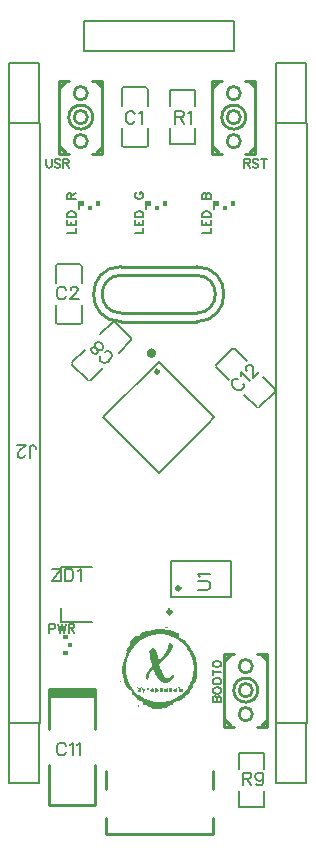
<source format=gto>
G04 Layer: TopSilkscreenLayer*
G04 EasyEDA v6.5.22, 2023-04-11 13:21:22*
G04 98130e1011dd41a8879dcb9a727c9930,770f52a9c06342aeb7d9f723a0e8078a,10*
G04 Gerber Generator version 0.2*
G04 Scale: 100 percent, Rotated: No, Reflected: No *
G04 Dimensions in inches *
G04 leading zeros omitted , absolute positions ,3 integer and 6 decimal *
%FSLAX36Y36*%
%MOIN*%

%ADD10C,0.0060*%
%ADD11C,0.0050*%
%ADD12C,0.0080*%
%ADD13C,0.0080*%
%ADD14C,0.0100*%
%ADD15C,0.0079*%
%ADD16C,0.0130*%
%ADD17C,0.0102*%
%ADD18C,0.0157*%
%ADD19C,0.0118*%
%ADD20C,0.0162*%

%LPD*%
G36*
X523180Y-2028020D02*
G01*
X520980Y-2028500D01*
X520000Y-2030000D01*
X520200Y-2030780D01*
X520780Y-2031420D01*
X521620Y-2031840D01*
X523900Y-2032120D01*
X525280Y-2032440D01*
X526640Y-2032940D01*
X528960Y-2034040D01*
X530280Y-2034340D01*
X531600Y-2034360D01*
X532760Y-2034100D01*
X535260Y-2033140D01*
X532940Y-2031819D01*
X531920Y-2031380D01*
X530900Y-2031140D01*
X529980Y-2031120D01*
X528700Y-2031500D01*
X528100Y-2031300D01*
X527560Y-2030820D01*
X527140Y-2030080D01*
X525600Y-2028560D01*
G37*
G36*
X503700Y-2036579D02*
G01*
X501360Y-2036759D01*
X500060Y-2037160D01*
X498240Y-2037340D01*
X489300Y-2037640D01*
X485880Y-2038040D01*
X482780Y-2038660D01*
X480400Y-2039379D01*
X478340Y-2040120D01*
X476060Y-2040720D01*
X473840Y-2041140D01*
X470280Y-2041380D01*
X465600Y-2042020D01*
X460260Y-2043080D01*
X455439Y-2044319D01*
X452760Y-2045200D01*
X451060Y-2045460D01*
X450420Y-2045400D01*
X447900Y-2045640D01*
X445040Y-2046940D01*
X442660Y-2048779D01*
X441680Y-2050640D01*
X441480Y-2051639D01*
X440920Y-2052580D01*
X440100Y-2053360D01*
X438140Y-2054319D01*
X437460Y-2054960D01*
X437120Y-2055700D01*
X437180Y-2056440D01*
X437040Y-2057960D01*
X435260Y-2059160D01*
X431820Y-2060040D01*
X426659Y-2060640D01*
X424040Y-2060860D01*
X421980Y-2061140D01*
X420340Y-2061560D01*
X419000Y-2062180D01*
X417819Y-2063120D01*
X416659Y-2064460D01*
X415379Y-2066260D01*
X412380Y-2070800D01*
X411060Y-2072500D01*
X410060Y-2073520D01*
X409500Y-2073700D01*
X408980Y-2073740D01*
X408120Y-2074420D01*
X407020Y-2075600D01*
X405820Y-2077160D01*
X404340Y-2079420D01*
X403660Y-2081180D01*
X403720Y-2082820D01*
X405080Y-2086440D01*
X405319Y-2087640D01*
X405080Y-2088500D01*
X403860Y-2089620D01*
X403540Y-2090200D01*
X403459Y-2090840D01*
X403780Y-2092000D01*
X403519Y-2092560D01*
X402920Y-2093040D01*
X402020Y-2093400D01*
X400740Y-2094120D01*
X399060Y-2095620D01*
X397220Y-2097700D01*
X395400Y-2100100D01*
X393340Y-2103300D01*
X392260Y-2105640D01*
X392020Y-2107560D01*
X393020Y-2111200D01*
X393080Y-2112580D01*
X392680Y-2113760D01*
X390940Y-2115920D01*
X390540Y-2116960D01*
X390560Y-2118000D01*
X390980Y-2119100D01*
X391700Y-2121460D01*
X391460Y-2124160D01*
X390319Y-2126960D01*
X387620Y-2130700D01*
X386860Y-2132120D01*
X386040Y-2133920D01*
X384340Y-2138460D01*
X382640Y-2143880D01*
X381060Y-2149780D01*
X379700Y-2155740D01*
X378680Y-2161300D01*
X378320Y-2163820D01*
X378074Y-2166720D01*
X390520Y-2166720D01*
X390620Y-2161020D01*
X390920Y-2155440D01*
X391440Y-2150140D01*
X392160Y-2145220D01*
X392580Y-2142960D01*
X393660Y-2138560D01*
X394980Y-2134080D01*
X396440Y-2129700D01*
X398080Y-2125400D01*
X399860Y-2121200D01*
X401800Y-2117100D01*
X403880Y-2113100D01*
X406100Y-2109200D01*
X408480Y-2105420D01*
X410959Y-2101740D01*
X413600Y-2098180D01*
X416340Y-2094720D01*
X419219Y-2091399D01*
X422220Y-2088180D01*
X425319Y-2085080D01*
X428540Y-2082120D01*
X431860Y-2079300D01*
X435280Y-2076600D01*
X438800Y-2074019D01*
X442420Y-2071600D01*
X446120Y-2069300D01*
X449900Y-2067160D01*
X453760Y-2065160D01*
X457700Y-2063300D01*
X461719Y-2061600D01*
X465800Y-2060040D01*
X469960Y-2058660D01*
X474159Y-2057420D01*
X478420Y-2056360D01*
X482740Y-2055440D01*
X487120Y-2054700D01*
X491520Y-2054139D01*
X495959Y-2053740D01*
X500460Y-2053520D01*
X504960Y-2053480D01*
X509500Y-2053620D01*
X514080Y-2053959D01*
X518660Y-2054460D01*
X523280Y-2055180D01*
X527880Y-2056080D01*
X532420Y-2057200D01*
X536900Y-2058500D01*
X541300Y-2059980D01*
X545640Y-2061660D01*
X549880Y-2063500D01*
X554060Y-2065520D01*
X558140Y-2067720D01*
X562120Y-2070080D01*
X566020Y-2072600D01*
X569800Y-2075280D01*
X573480Y-2078120D01*
X577040Y-2081100D01*
X580480Y-2084220D01*
X583820Y-2087480D01*
X587000Y-2090880D01*
X590060Y-2094420D01*
X593000Y-2098060D01*
X595780Y-2101840D01*
X598400Y-2105740D01*
X600880Y-2109740D01*
X603220Y-2113840D01*
X605380Y-2118060D01*
X607360Y-2122380D01*
X609200Y-2126780D01*
X610840Y-2131280D01*
X612300Y-2135860D01*
X613480Y-2140200D01*
X614360Y-2144480D01*
X615080Y-2149060D01*
X615620Y-2153880D01*
X616000Y-2158860D01*
X616180Y-2163940D01*
X616200Y-2169040D01*
X616020Y-2174100D01*
X615680Y-2179060D01*
X615160Y-2183840D01*
X614460Y-2188400D01*
X613580Y-2192620D01*
X612400Y-2197000D01*
X610920Y-2201700D01*
X609280Y-2206280D01*
X607460Y-2210760D01*
X605480Y-2215120D01*
X603340Y-2219380D01*
X601060Y-2223500D01*
X598620Y-2227520D01*
X596020Y-2231400D01*
X593280Y-2235160D01*
X590400Y-2238780D01*
X587380Y-2242280D01*
X584200Y-2245660D01*
X580900Y-2248880D01*
X577460Y-2251960D01*
X573900Y-2254920D01*
X570200Y-2257720D01*
X566400Y-2260380D01*
X562440Y-2262880D01*
X558380Y-2265240D01*
X554200Y-2267460D01*
X549920Y-2269500D01*
X545520Y-2271380D01*
X541000Y-2273120D01*
X536380Y-2274680D01*
X531660Y-2276080D01*
X526840Y-2277300D01*
X521920Y-2278360D01*
X517100Y-2279200D01*
X512380Y-2279780D01*
X507580Y-2280100D01*
X502740Y-2280160D01*
X497860Y-2280000D01*
X492960Y-2279600D01*
X488040Y-2278960D01*
X483120Y-2278100D01*
X478200Y-2277000D01*
X473320Y-2275700D01*
X468459Y-2274180D01*
X463660Y-2272440D01*
X458920Y-2270500D01*
X454260Y-2268340D01*
X449700Y-2266000D01*
X445220Y-2263440D01*
X440860Y-2260700D01*
X436640Y-2257780D01*
X432540Y-2254680D01*
X428600Y-2251380D01*
X425000Y-2248080D01*
X421700Y-2244760D01*
X418519Y-2241260D01*
X415480Y-2237600D01*
X412560Y-2233800D01*
X409780Y-2229860D01*
X407160Y-2225800D01*
X404700Y-2221620D01*
X402400Y-2217340D01*
X400280Y-2212980D01*
X398340Y-2208540D01*
X396580Y-2204040D01*
X395020Y-2199500D01*
X393660Y-2194920D01*
X392580Y-2190480D01*
X391760Y-2185820D01*
X391160Y-2180680D01*
X390740Y-2175220D01*
X390540Y-2169580D01*
X390520Y-2166720D01*
X378074Y-2166720D01*
X378040Y-2170120D01*
X378240Y-2174400D01*
X378600Y-2178860D01*
X379140Y-2183460D01*
X379860Y-2188160D01*
X380740Y-2192920D01*
X381760Y-2197720D01*
X382939Y-2202500D01*
X384260Y-2207240D01*
X385700Y-2211880D01*
X387260Y-2216420D01*
X388940Y-2220780D01*
X394560Y-2234020D01*
X411740Y-2243160D01*
X411900Y-2247820D01*
X411880Y-2249940D01*
X411620Y-2251260D01*
X411100Y-2251840D01*
X410280Y-2251780D01*
X409580Y-2251620D01*
X409020Y-2251660D01*
X408640Y-2251920D01*
X408500Y-2252340D01*
X409300Y-2253680D01*
X411180Y-2254980D01*
X413320Y-2255840D01*
X414900Y-2255800D01*
X415760Y-2255900D01*
X417160Y-2256660D01*
X418920Y-2257940D01*
X420840Y-2259520D01*
X422680Y-2261240D01*
X424240Y-2262900D01*
X425340Y-2264340D01*
X425760Y-2265360D01*
X426300Y-2267140D01*
X427819Y-2269200D01*
X430000Y-2271320D01*
X432640Y-2273360D01*
X435460Y-2275140D01*
X438200Y-2276440D01*
X440620Y-2277140D01*
X442480Y-2277040D01*
X444380Y-2277520D01*
X446280Y-2279780D01*
X447740Y-2283140D01*
X448320Y-2286820D01*
X448640Y-2289520D01*
X449520Y-2290680D01*
X450800Y-2290260D01*
X452299Y-2288180D01*
X453740Y-2285520D01*
X457620Y-2287520D01*
X459240Y-2288500D01*
X460760Y-2289680D01*
X462020Y-2290880D01*
X462819Y-2292000D01*
X463840Y-2293180D01*
X465620Y-2294600D01*
X467920Y-2296040D01*
X470500Y-2297380D01*
X475959Y-2300000D01*
X480180Y-2302200D01*
X481440Y-2302700D01*
X483240Y-2303120D01*
X485500Y-2303480D01*
X490760Y-2303960D01*
X496220Y-2304120D01*
X500860Y-2303920D01*
X502560Y-2303680D01*
X503680Y-2303320D01*
X504080Y-2302860D01*
X504260Y-2302400D01*
X504760Y-2302040D01*
X505500Y-2301800D01*
X508060Y-2301680D01*
X514440Y-2300860D01*
X528060Y-2298540D01*
X530620Y-2292860D01*
X531220Y-2291900D01*
X531660Y-2291520D01*
X532160Y-2292480D01*
X532940Y-2293000D01*
X534060Y-2293360D01*
X535420Y-2293500D01*
X537220Y-2293420D01*
X538020Y-2293120D01*
X537940Y-2292460D01*
X536260Y-2290120D01*
X536440Y-2289540D01*
X537860Y-2289480D01*
X543480Y-2290080D01*
X545320Y-2289980D01*
X546480Y-2289480D01*
X547120Y-2288600D01*
X547360Y-2287740D01*
X547460Y-2286880D01*
X547420Y-2286100D01*
X547220Y-2285520D01*
X547340Y-2284800D01*
X548200Y-2283620D01*
X549640Y-2282140D01*
X551520Y-2280540D01*
X553580Y-2279100D01*
X555760Y-2277860D01*
X557980Y-2276820D01*
X560100Y-2276060D01*
X562020Y-2275600D01*
X563620Y-2275440D01*
X564780Y-2275680D01*
X565380Y-2276300D01*
X565840Y-2276480D01*
X566880Y-2276200D01*
X568420Y-2275460D01*
X570360Y-2274360D01*
X575120Y-2271280D01*
X580440Y-2267420D01*
X583120Y-2265360D01*
X588020Y-2261240D01*
X591680Y-2257720D01*
X594660Y-2254620D01*
X597480Y-2251500D01*
X600160Y-2248300D01*
X602740Y-2244960D01*
X605280Y-2241400D01*
X607820Y-2237560D01*
X610400Y-2233380D01*
X613060Y-2228800D01*
X615860Y-2223720D01*
X623680Y-2208540D01*
X624740Y-2205880D01*
X625700Y-2202520D01*
X626520Y-2198560D01*
X627200Y-2194120D01*
X627740Y-2189300D01*
X628120Y-2184220D01*
X628360Y-2178940D01*
X628420Y-2173620D01*
X628340Y-2168320D01*
X628060Y-2163180D01*
X627600Y-2158300D01*
X626140Y-2148640D01*
X625580Y-2144300D01*
X625300Y-2141200D01*
X625480Y-2139060D01*
X625300Y-2137900D01*
X624860Y-2136420D01*
X623340Y-2132720D01*
X621160Y-2126720D01*
X619040Y-2120480D01*
X617820Y-2117460D01*
X616600Y-2114820D01*
X614940Y-2112100D01*
X605460Y-2097700D01*
X602620Y-2093660D01*
X599900Y-2090060D01*
X597640Y-2087360D01*
X595180Y-2084800D01*
X593480Y-2082720D01*
X591900Y-2080520D01*
X589460Y-2076620D01*
X588120Y-2075040D01*
X586780Y-2073880D01*
X585600Y-2073340D01*
X584260Y-2072900D01*
X582540Y-2072060D01*
X580620Y-2070920D01*
X576760Y-2068260D01*
X574600Y-2066940D01*
X572480Y-2065820D01*
X570700Y-2065060D01*
X566980Y-2063779D01*
X567880Y-2050940D01*
X561520Y-2048500D01*
X553340Y-2045120D01*
X549320Y-2043680D01*
X544900Y-2042340D01*
X540120Y-2041100D01*
X535020Y-2040000D01*
X529620Y-2039019D01*
X523920Y-2038180D01*
X518060Y-2037480D01*
X512460Y-2036960D01*
X507540Y-2036660D01*
G37*
G36*
X539120Y-2083820D02*
G01*
X535780Y-2084220D01*
X533580Y-2085420D01*
X532980Y-2086540D01*
X532360Y-2088340D01*
X531740Y-2090600D01*
X530920Y-2094840D01*
X529980Y-2098480D01*
X528700Y-2102200D01*
X527060Y-2105960D01*
X525080Y-2109760D01*
X522780Y-2113620D01*
X520160Y-2117500D01*
X517220Y-2121400D01*
X513960Y-2125320D01*
X510379Y-2129220D01*
X506640Y-2133040D01*
X503620Y-2135940D01*
X502380Y-2136940D01*
X501320Y-2137640D01*
X500400Y-2138000D01*
X499600Y-2138000D01*
X498880Y-2137640D01*
X498260Y-2136880D01*
X497660Y-2135700D01*
X497120Y-2134120D01*
X496019Y-2129560D01*
X493180Y-2114760D01*
X492140Y-2110780D01*
X491100Y-2107540D01*
X490160Y-2105520D01*
X488940Y-2103900D01*
X487620Y-2102580D01*
X486200Y-2101520D01*
X484700Y-2100780D01*
X483140Y-2100300D01*
X481520Y-2100120D01*
X479860Y-2100220D01*
X478180Y-2100620D01*
X476480Y-2101300D01*
X474799Y-2102260D01*
X473120Y-2103520D01*
X471480Y-2105080D01*
X467720Y-2109000D01*
X469820Y-2121340D01*
X470900Y-2126860D01*
X472220Y-2133000D01*
X474960Y-2144400D01*
X476980Y-2153460D01*
X477460Y-2156320D01*
X477520Y-2157120D01*
X477120Y-2158600D01*
X476019Y-2160640D01*
X474400Y-2162980D01*
X470680Y-2167280D01*
X467540Y-2171260D01*
X466120Y-2173280D01*
X464799Y-2175340D01*
X463579Y-2177440D01*
X462460Y-2179580D01*
X460500Y-2184000D01*
X458900Y-2188620D01*
X458240Y-2191000D01*
X457460Y-2194400D01*
X456980Y-2197240D01*
X456820Y-2199580D01*
X456980Y-2201440D01*
X457460Y-2202840D01*
X458280Y-2203820D01*
X459440Y-2204380D01*
X460920Y-2204560D01*
X462879Y-2204300D01*
X464180Y-2203100D01*
X465200Y-2200300D01*
X466300Y-2195260D01*
X466840Y-2193300D01*
X467720Y-2190960D01*
X468880Y-2188360D01*
X471780Y-2182780D01*
X475060Y-2177400D01*
X476680Y-2175020D01*
X478220Y-2173000D01*
X479580Y-2171420D01*
X480740Y-2170400D01*
X481620Y-2170040D01*
X482239Y-2170800D01*
X483300Y-2172820D01*
X484680Y-2175840D01*
X487340Y-2182100D01*
X488640Y-2184860D01*
X491680Y-2190620D01*
X495080Y-2196340D01*
X498540Y-2201580D01*
X500200Y-2203880D01*
X501780Y-2205880D01*
X503240Y-2207540D01*
X504540Y-2208800D01*
X506580Y-2210420D01*
X508800Y-2211900D01*
X511120Y-2213220D01*
X513480Y-2214340D01*
X515840Y-2215260D01*
X518140Y-2215940D01*
X520340Y-2216360D01*
X522400Y-2216500D01*
X524120Y-2216400D01*
X525920Y-2216120D01*
X527740Y-2215680D01*
X529600Y-2215060D01*
X531480Y-2214280D01*
X533340Y-2213340D01*
X535200Y-2212280D01*
X537040Y-2211100D01*
X538820Y-2209800D01*
X540560Y-2208380D01*
X542220Y-2206860D01*
X543800Y-2205260D01*
X545280Y-2203580D01*
X546640Y-2201840D01*
X547880Y-2200020D01*
X548980Y-2198160D01*
X550240Y-2195640D01*
X551020Y-2193500D01*
X551400Y-2191740D01*
X551360Y-2190380D01*
X550940Y-2189420D01*
X550180Y-2188860D01*
X549080Y-2188720D01*
X547680Y-2189000D01*
X545980Y-2189720D01*
X544040Y-2190900D01*
X541860Y-2192520D01*
X536660Y-2197040D01*
X534160Y-2198820D01*
X531840Y-2199980D01*
X529700Y-2200520D01*
X527640Y-2200420D01*
X525620Y-2199720D01*
X523579Y-2198400D01*
X521440Y-2196500D01*
X520500Y-2195480D01*
X518519Y-2192860D01*
X516420Y-2189520D01*
X514260Y-2185540D01*
X512060Y-2181040D01*
X509860Y-2176080D01*
X507740Y-2170800D01*
X505720Y-2165260D01*
X501200Y-2151460D01*
X506700Y-2146880D01*
X513860Y-2140380D01*
X522560Y-2132200D01*
X529600Y-2125760D01*
X531620Y-2124100D01*
X532540Y-2123540D01*
X532920Y-2123140D01*
X533180Y-2122640D01*
X533580Y-2121220D01*
X534440Y-2119660D01*
X535680Y-2117680D01*
X539020Y-2112760D01*
X540660Y-2109900D01*
X542140Y-2106920D01*
X543420Y-2103900D01*
X544500Y-2100900D01*
X545360Y-2097960D01*
X545980Y-2095160D01*
X546340Y-2092560D01*
X546440Y-2090220D01*
X546240Y-2088200D01*
X545760Y-2086560D01*
X544960Y-2085360D01*
X542540Y-2084180D01*
G37*
G36*
X631120Y-2133460D02*
G01*
X630500Y-2133500D01*
X629920Y-2133780D01*
X629480Y-2134280D01*
X629040Y-2135620D01*
X629440Y-2136500D01*
X630400Y-2136680D01*
X631640Y-2135920D01*
X632180Y-2135240D01*
X632380Y-2134640D01*
X632220Y-2134120D01*
X631720Y-2133660D01*
G37*
G36*
X373980Y-2139520D02*
G01*
X373459Y-2139620D01*
X373040Y-2139920D01*
X372760Y-2140380D01*
X372660Y-2140920D01*
X372760Y-2141400D01*
X373040Y-2141680D01*
X373459Y-2141720D01*
X373980Y-2141500D01*
X374920Y-2140760D01*
X375200Y-2140400D01*
X375300Y-2140100D01*
X375200Y-2139880D01*
X374920Y-2139680D01*
G37*
G36*
X373400Y-2208540D02*
G01*
X373100Y-2208640D01*
X372740Y-2208920D01*
X372000Y-2209860D01*
X371780Y-2210380D01*
X371820Y-2210800D01*
X372100Y-2211100D01*
X372580Y-2211200D01*
X373120Y-2211100D01*
X373560Y-2210800D01*
X373880Y-2210380D01*
X373980Y-2209860D01*
X373820Y-2208920D01*
X373620Y-2208640D01*
G37*
G36*
X442740Y-2228400D02*
G01*
X441480Y-2228540D01*
X439620Y-2229600D01*
X437760Y-2231360D01*
X435400Y-2234260D01*
X433860Y-2231360D01*
X432380Y-2229600D01*
X430580Y-2228560D01*
X429060Y-2228420D01*
X428440Y-2229440D01*
X428640Y-2230100D01*
X430020Y-2232380D01*
X433540Y-2237040D01*
X430860Y-2241380D01*
X429640Y-2243520D01*
X429120Y-2244840D01*
X429280Y-2245520D01*
X430120Y-2245700D01*
X431040Y-2245480D01*
X432060Y-2244840D01*
X433100Y-2243900D01*
X434020Y-2242760D01*
X435980Y-2239820D01*
X437540Y-2242760D01*
X438320Y-2243900D01*
X439260Y-2244840D01*
X440240Y-2245480D01*
X441140Y-2245700D01*
X442100Y-2245580D01*
X442400Y-2245020D01*
X441980Y-2243840D01*
X439680Y-2239600D01*
X439240Y-2237920D01*
X439480Y-2236260D01*
X440400Y-2234160D01*
X442740Y-2229440D01*
G37*
G36*
X567780Y-2228460D02*
G01*
X566240Y-2228560D01*
X564980Y-2228840D01*
X564120Y-2229260D01*
X563800Y-2229780D01*
X563960Y-2230300D01*
X564380Y-2230720D01*
X565020Y-2231000D01*
X565800Y-2231100D01*
X566760Y-2231460D01*
X567360Y-2232660D01*
X567700Y-2234900D01*
X567780Y-2238400D01*
X567780Y-2245700D01*
X573500Y-2245700D01*
X577460Y-2245380D01*
X580220Y-2244360D01*
X581860Y-2242640D01*
X582380Y-2240180D01*
X581740Y-2238260D01*
X579980Y-2236640D01*
X577480Y-2235520D01*
X573220Y-2234920D01*
X572380Y-2234360D01*
X571920Y-2233340D01*
X571620Y-2230060D01*
X571040Y-2229060D01*
X569820Y-2228580D01*
G37*
G36*
X542760Y-2233500D02*
G01*
X542000Y-2233840D01*
X541240Y-2234800D01*
X540160Y-2237440D01*
X539620Y-2238300D01*
X539040Y-2238860D01*
X538500Y-2239080D01*
X538020Y-2238860D01*
X537620Y-2238300D01*
X537360Y-2237440D01*
X537160Y-2235380D01*
X536860Y-2234540D01*
X536440Y-2233980D01*
X535920Y-2233760D01*
X535420Y-2234240D01*
X535000Y-2235520D01*
X534700Y-2237420D01*
X534600Y-2239740D01*
X534740Y-2241920D01*
X535100Y-2243680D01*
X535640Y-2244960D01*
X536300Y-2245720D01*
X537060Y-2245960D01*
X537820Y-2245620D01*
X538580Y-2244660D01*
X539680Y-2242020D01*
X540200Y-2241180D01*
X540780Y-2240600D01*
X541320Y-2240400D01*
X541800Y-2240600D01*
X542200Y-2241180D01*
X542460Y-2242020D01*
X542680Y-2244080D01*
X542960Y-2244920D01*
X543380Y-2245500D01*
X543900Y-2245700D01*
X544400Y-2245240D01*
X544840Y-2243960D01*
X545120Y-2242060D01*
X545220Y-2239740D01*
X545080Y-2237560D01*
X544720Y-2235800D01*
X544180Y-2234520D01*
X543520Y-2233740D01*
G37*
G36*
X444980Y-2233520D02*
G01*
X444340Y-2234560D01*
X444980Y-2236480D01*
X447560Y-2242420D01*
X448000Y-2244240D01*
X447879Y-2245740D01*
X447220Y-2247180D01*
X446079Y-2249140D01*
X445780Y-2250320D01*
X446320Y-2250880D01*
X447720Y-2251020D01*
X448740Y-2250580D01*
X449900Y-2249380D01*
X451120Y-2247600D01*
X452239Y-2245380D01*
X454580Y-2239640D01*
X455700Y-2236100D01*
X455640Y-2234280D01*
X454520Y-2233760D01*
X453700Y-2234040D01*
X452879Y-2234840D01*
X452140Y-2236000D01*
X451620Y-2237420D01*
X450640Y-2241060D01*
X449380Y-2237420D01*
X448140Y-2235320D01*
X446460Y-2233900D01*
G37*
G36*
X488140Y-2233600D02*
G01*
X488140Y-2242300D01*
X488240Y-2246560D01*
X488540Y-2249240D01*
X489159Y-2250620D01*
X490140Y-2251020D01*
X490920Y-2250820D01*
X491540Y-2250240D01*
X491960Y-2249400D01*
X492299Y-2247120D01*
X492860Y-2246300D01*
X493880Y-2245840D01*
X497020Y-2245520D01*
X498180Y-2244940D01*
X499000Y-2243840D01*
X499600Y-2242180D01*
X499880Y-2238880D01*
X498880Y-2236420D01*
X496580Y-2234800D01*
X492980Y-2234020D01*
G37*
G36*
X464920Y-2233760D02*
G01*
X462600Y-2233860D01*
X460700Y-2234160D01*
X459400Y-2234580D01*
X458940Y-2235080D01*
X459099Y-2235600D01*
X459520Y-2236020D01*
X460160Y-2236320D01*
X460920Y-2236420D01*
X461820Y-2236680D01*
X462440Y-2237520D01*
X462800Y-2238960D01*
X463020Y-2242860D01*
X463320Y-2244340D01*
X463740Y-2245340D01*
X464240Y-2245700D01*
X464760Y-2245340D01*
X465180Y-2244340D01*
X465480Y-2242860D01*
X465680Y-2238740D01*
X466100Y-2237320D01*
X466900Y-2236620D01*
X469260Y-2236320D01*
X470100Y-2236020D01*
X470680Y-2235600D01*
X470880Y-2235080D01*
X470420Y-2234580D01*
X469140Y-2234160D01*
X467239Y-2233860D01*
G37*
G36*
X514700Y-2233760D02*
G01*
X508560Y-2233960D01*
X505379Y-2234380D01*
X504400Y-2234640D01*
X503240Y-2235880D01*
X502780Y-2237820D01*
X503060Y-2239620D01*
X504120Y-2240400D01*
X504640Y-2240560D01*
X504799Y-2241060D01*
X504620Y-2241880D01*
X504080Y-2243060D01*
X503560Y-2244920D01*
X504280Y-2245760D01*
X505860Y-2245500D01*
X507960Y-2244040D01*
X508840Y-2243300D01*
X509480Y-2243060D01*
X509940Y-2243300D01*
X510700Y-2244700D01*
X511300Y-2245220D01*
X512040Y-2245580D01*
X512800Y-2245700D01*
X513680Y-2245380D01*
X514260Y-2244320D01*
X514580Y-2242460D01*
X514700Y-2239740D01*
G37*
G36*
X520660Y-2233760D02*
G01*
X519739Y-2234080D01*
X519120Y-2235080D01*
X518780Y-2236940D01*
X518680Y-2239740D01*
X518780Y-2242540D01*
X519120Y-2244380D01*
X519739Y-2245400D01*
X520660Y-2245700D01*
X521440Y-2245560D01*
X522080Y-2245120D01*
X522500Y-2244500D01*
X522819Y-2242940D01*
X523240Y-2242320D01*
X523880Y-2241880D01*
X524640Y-2241720D01*
X525420Y-2241880D01*
X526060Y-2242320D01*
X526480Y-2242940D01*
X526800Y-2244500D01*
X527220Y-2245120D01*
X527860Y-2245560D01*
X528620Y-2245700D01*
X529560Y-2245400D01*
X530180Y-2244380D01*
X530520Y-2242540D01*
X530620Y-2239740D01*
X530520Y-2236940D01*
X530180Y-2235080D01*
X529560Y-2234080D01*
X528620Y-2233760D01*
X527860Y-2233960D01*
X527220Y-2234540D01*
X526800Y-2235380D01*
X526480Y-2237460D01*
X526060Y-2238300D01*
X525420Y-2238860D01*
X524640Y-2239080D01*
X523860Y-2238860D01*
X523240Y-2238300D01*
X522819Y-2237460D01*
X522500Y-2235380D01*
X522080Y-2234540D01*
X521440Y-2233960D01*
G37*
G36*
X551200Y-2233760D02*
G01*
X550260Y-2234080D01*
X549640Y-2235080D01*
X549300Y-2236940D01*
X549200Y-2239740D01*
X549300Y-2242540D01*
X549640Y-2244380D01*
X550260Y-2245400D01*
X551200Y-2245700D01*
X551960Y-2245560D01*
X552600Y-2245120D01*
X553020Y-2244500D01*
X553340Y-2242940D01*
X553780Y-2242320D01*
X554400Y-2241880D01*
X555180Y-2241720D01*
X555960Y-2241880D01*
X556580Y-2242320D01*
X557020Y-2242940D01*
X557320Y-2244500D01*
X557760Y-2245120D01*
X558380Y-2245560D01*
X559160Y-2245700D01*
X560100Y-2245400D01*
X560700Y-2244380D01*
X561040Y-2242540D01*
X561140Y-2239740D01*
X561040Y-2236940D01*
X560700Y-2235080D01*
X560100Y-2234080D01*
X559160Y-2233760D01*
X558380Y-2233960D01*
X557740Y-2234540D01*
X557320Y-2235380D01*
X557020Y-2237460D01*
X556580Y-2238300D01*
X555960Y-2238860D01*
X555180Y-2239080D01*
X554400Y-2238860D01*
X553760Y-2238300D01*
X553340Y-2237460D01*
X553040Y-2235380D01*
X552600Y-2234540D01*
X551980Y-2233960D01*
G37*
G36*
X479380Y-2233800D02*
G01*
X476320Y-2233980D01*
X473800Y-2235360D01*
X472660Y-2237300D01*
X472260Y-2239740D01*
X472660Y-2242180D01*
X473800Y-2244120D01*
X474720Y-2244740D01*
X476040Y-2245240D01*
X477560Y-2245580D01*
X479140Y-2245700D01*
X480820Y-2245500D01*
X482260Y-2244900D01*
X483459Y-2243960D01*
X484340Y-2242760D01*
X484900Y-2241380D01*
X485100Y-2239840D01*
X484880Y-2238220D01*
X484240Y-2236580D01*
X482280Y-2234680D01*
G37*
G36*
X408420Y-2244380D02*
G01*
X407939Y-2244480D01*
X407660Y-2244780D01*
X407620Y-2245200D01*
X407840Y-2245700D01*
X408579Y-2246640D01*
X408940Y-2246940D01*
X409240Y-2247040D01*
X409460Y-2246940D01*
X409660Y-2246640D01*
X409820Y-2245700D01*
X409720Y-2245200D01*
X409400Y-2244780D01*
X408960Y-2244480D01*
G37*
G36*
X431440Y-2285180D02*
G01*
X430800Y-2288540D01*
X430680Y-2291240D01*
X431240Y-2293700D01*
X432340Y-2295460D01*
X433780Y-2296160D01*
X434739Y-2295460D01*
X434940Y-2293640D01*
X434420Y-2291140D01*
X433200Y-2288340D01*
G37*
D10*
X780000Y-2514600D02*
G01*
X780000Y-2557500D01*
X780000Y-2514600D02*
G01*
X798400Y-2514600D01*
X804499Y-2516599D01*
X806599Y-2518699D01*
X808599Y-2522800D01*
X808599Y-2526900D01*
X806599Y-2530999D01*
X804499Y-2533000D01*
X798400Y-2535000D01*
X780000Y-2535000D01*
X794300Y-2535000D02*
G01*
X808599Y-2557500D01*
X848699Y-2528899D02*
G01*
X846700Y-2535000D01*
X842600Y-2539099D01*
X836499Y-2541199D01*
X834399Y-2541199D01*
X828299Y-2539099D01*
X824200Y-2535000D01*
X822100Y-2528899D01*
X822100Y-2526900D01*
X824200Y-2520700D01*
X828299Y-2516599D01*
X834399Y-2514600D01*
X836499Y-2514600D01*
X842600Y-2516599D01*
X846700Y-2520700D01*
X848699Y-2528899D01*
X848699Y-2539099D01*
X846700Y-2549400D01*
X842600Y-2555500D01*
X836499Y-2557500D01*
X832399Y-2557500D01*
X826199Y-2555500D01*
X824200Y-2551399D01*
D11*
X679699Y-2280000D02*
G01*
X708400Y-2280000D01*
X679699Y-2280000D02*
G01*
X679699Y-2267700D01*
X681100Y-2263600D01*
X682500Y-2262300D01*
X685199Y-2260900D01*
X687899Y-2260900D01*
X690599Y-2262300D01*
X691999Y-2263600D01*
X693400Y-2267700D01*
X693400Y-2280000D02*
G01*
X693400Y-2267700D01*
X694699Y-2263600D01*
X696100Y-2262300D01*
X698800Y-2260900D01*
X702899Y-2260900D01*
X705599Y-2262300D01*
X706999Y-2263600D01*
X708400Y-2267700D01*
X708400Y-2280000D01*
X679699Y-2243699D02*
G01*
X681100Y-2246500D01*
X683800Y-2249200D01*
X686500Y-2250500D01*
X690599Y-2251900D01*
X697500Y-2251900D01*
X701500Y-2250500D01*
X704299Y-2249200D01*
X706999Y-2246500D01*
X708400Y-2243699D01*
X708400Y-2238299D01*
X706999Y-2235500D01*
X704299Y-2232800D01*
X701500Y-2231500D01*
X697500Y-2230100D01*
X690599Y-2230100D01*
X686500Y-2231500D01*
X683800Y-2232800D01*
X681100Y-2235500D01*
X679699Y-2238299D01*
X679699Y-2243699D01*
X679699Y-2212899D02*
G01*
X681100Y-2215599D01*
X683800Y-2218400D01*
X686500Y-2219699D01*
X690599Y-2221100D01*
X697500Y-2221100D01*
X701500Y-2219699D01*
X704299Y-2218400D01*
X706999Y-2215599D01*
X708400Y-2212899D01*
X708400Y-2207500D01*
X706999Y-2204699D01*
X704299Y-2201999D01*
X701500Y-2200599D01*
X697500Y-2199299D01*
X690599Y-2199299D01*
X686500Y-2200599D01*
X683800Y-2201999D01*
X681100Y-2204699D01*
X679699Y-2207500D01*
X679699Y-2212899D01*
X679699Y-2180700D02*
G01*
X708400Y-2180700D01*
X679699Y-2190300D02*
G01*
X679699Y-2171199D01*
X679699Y-2154000D02*
G01*
X681100Y-2158099D01*
X685199Y-2160799D01*
X691999Y-2162199D01*
X696100Y-2162199D01*
X702899Y-2160799D01*
X706999Y-2158099D01*
X708400Y-2154000D01*
X708400Y-2151300D01*
X706999Y-2147199D01*
X702899Y-2144499D01*
X696100Y-2143099D01*
X691999Y-2143099D01*
X685199Y-2144499D01*
X681100Y-2147199D01*
X679699Y-2151300D01*
X679699Y-2154000D01*
D10*
X785000Y-469699D02*
G01*
X785000Y-498400D01*
X785000Y-469699D02*
G01*
X797299Y-469699D01*
X801400Y-471100D01*
X802700Y-472500D01*
X804099Y-475199D01*
X804099Y-477899D01*
X802700Y-480599D01*
X801400Y-481999D01*
X797299Y-483400D01*
X785000Y-483400D01*
X794499Y-483400D02*
G01*
X804099Y-498400D01*
X832200Y-473800D02*
G01*
X829499Y-471100D01*
X825399Y-469699D01*
X819899Y-469699D01*
X815799Y-471100D01*
X813100Y-473800D01*
X813100Y-476500D01*
X814499Y-479299D01*
X815799Y-480599D01*
X818500Y-481999D01*
X826700Y-484699D01*
X829499Y-486100D01*
X830799Y-487500D01*
X832200Y-490199D01*
X832200Y-494299D01*
X829499Y-496999D01*
X825399Y-498400D01*
X819899Y-498400D01*
X815799Y-496999D01*
X813100Y-494299D01*
X850699Y-469699D02*
G01*
X850699Y-498400D01*
X841199Y-469699D02*
G01*
X860299Y-469699D01*
D11*
X125000Y-469699D02*
G01*
X125000Y-490199D01*
X126399Y-494299D01*
X129099Y-496999D01*
X133200Y-498400D01*
X135900Y-498400D01*
X140000Y-496999D01*
X142699Y-494299D01*
X144099Y-490199D01*
X144099Y-469699D01*
X172199Y-473800D02*
G01*
X169499Y-471100D01*
X165399Y-469699D01*
X159899Y-469699D01*
X155799Y-471100D01*
X153099Y-473800D01*
X153099Y-476500D01*
X154499Y-479299D01*
X155799Y-480599D01*
X158499Y-481999D01*
X166700Y-484699D01*
X169499Y-486100D01*
X170799Y-487500D01*
X172199Y-490199D01*
X172199Y-494299D01*
X169499Y-496999D01*
X165399Y-498400D01*
X159899Y-498400D01*
X155799Y-496999D01*
X153099Y-494299D01*
X181199Y-469699D02*
G01*
X181199Y-498400D01*
X181199Y-469699D02*
G01*
X193499Y-469699D01*
X197500Y-471100D01*
X198899Y-472500D01*
X200300Y-475199D01*
X200300Y-477899D01*
X198899Y-480599D01*
X197500Y-481999D01*
X193499Y-483400D01*
X181199Y-483400D01*
X190700Y-483400D02*
G01*
X200300Y-498400D01*
D10*
X420700Y-319800D02*
G01*
X418600Y-315700D01*
X414499Y-311599D01*
X410500Y-309600D01*
X402300Y-309600D01*
X398200Y-311599D01*
X394099Y-315700D01*
X391999Y-319800D01*
X390000Y-325999D01*
X390000Y-336199D01*
X391999Y-342300D01*
X394099Y-346399D01*
X398200Y-350500D01*
X402300Y-352500D01*
X410500Y-352500D01*
X414499Y-350500D01*
X418600Y-346399D01*
X420700Y-342300D01*
X434200Y-317800D02*
G01*
X438299Y-315700D01*
X444400Y-309600D01*
X444400Y-352500D01*
X190700Y-904800D02*
G01*
X188600Y-900700D01*
X184499Y-896599D01*
X180500Y-894600D01*
X172300Y-894600D01*
X168200Y-896599D01*
X164099Y-900700D01*
X161999Y-904800D01*
X160000Y-910999D01*
X160000Y-921199D01*
X161999Y-927300D01*
X164099Y-931399D01*
X168200Y-935500D01*
X172300Y-937500D01*
X180500Y-937500D01*
X184499Y-935500D01*
X188600Y-931399D01*
X190700Y-927300D01*
X206199Y-904800D02*
G01*
X206199Y-902800D01*
X208299Y-898699D01*
X210300Y-896599D01*
X214400Y-894600D01*
X222600Y-894600D01*
X226700Y-896599D01*
X228699Y-898699D01*
X230799Y-902800D01*
X230799Y-906900D01*
X228699Y-910999D01*
X224600Y-917100D01*
X204200Y-937500D01*
X232800Y-937500D01*
X555000Y-309600D02*
G01*
X555000Y-352500D01*
X555000Y-309600D02*
G01*
X573400Y-309600D01*
X579499Y-311599D01*
X581599Y-313699D01*
X583600Y-317800D01*
X583600Y-321900D01*
X581599Y-325999D01*
X579499Y-328000D01*
X573400Y-330000D01*
X555000Y-330000D01*
X569299Y-330000D02*
G01*
X583600Y-352500D01*
X597100Y-317800D02*
G01*
X601199Y-315700D01*
X607399Y-309600D01*
X607399Y-352500D01*
D11*
X644699Y-715000D02*
G01*
X673400Y-715000D01*
X673400Y-715000D02*
G01*
X673400Y-698600D01*
X644699Y-689600D02*
G01*
X673400Y-689600D01*
X644699Y-689600D02*
G01*
X644699Y-671900D01*
X658400Y-689600D02*
G01*
X658400Y-678699D01*
X673400Y-689600D02*
G01*
X673400Y-671900D01*
X644699Y-662899D02*
G01*
X673400Y-662899D01*
X644699Y-662899D02*
G01*
X644699Y-653400D01*
X646100Y-649299D01*
X648800Y-646500D01*
X651500Y-645199D01*
X655599Y-643800D01*
X662500Y-643800D01*
X666500Y-645199D01*
X669299Y-646500D01*
X671999Y-649299D01*
X673400Y-653400D01*
X673400Y-662899D01*
X682899Y-634800D02*
G01*
X682899Y-610300D01*
X644699Y-601300D02*
G01*
X673400Y-601300D01*
X644699Y-601300D02*
G01*
X644699Y-589000D01*
X646100Y-584899D01*
X647500Y-583499D01*
X650199Y-582199D01*
X652899Y-582199D01*
X655599Y-583499D01*
X656999Y-584899D01*
X658400Y-589000D01*
X658400Y-601300D02*
G01*
X658400Y-589000D01*
X659699Y-584899D01*
X661100Y-583499D01*
X663800Y-582199D01*
X667899Y-582199D01*
X670599Y-583499D01*
X671999Y-584899D01*
X673400Y-589000D01*
X673400Y-601300D01*
X419699Y-715000D02*
G01*
X448400Y-715000D01*
X448400Y-715000D02*
G01*
X448400Y-698600D01*
X419699Y-689600D02*
G01*
X448400Y-689600D01*
X419699Y-689600D02*
G01*
X419699Y-671900D01*
X433400Y-689600D02*
G01*
X433400Y-678699D01*
X448400Y-689600D02*
G01*
X448400Y-671900D01*
X419699Y-662899D02*
G01*
X448400Y-662899D01*
X419699Y-662899D02*
G01*
X419699Y-653400D01*
X421100Y-649299D01*
X423800Y-646500D01*
X426500Y-645199D01*
X430599Y-643800D01*
X437500Y-643800D01*
X441500Y-645199D01*
X444299Y-646500D01*
X446999Y-649299D01*
X448400Y-653400D01*
X448400Y-662899D01*
X457899Y-634800D02*
G01*
X457899Y-610300D01*
X426500Y-580799D02*
G01*
X423800Y-582199D01*
X421100Y-584899D01*
X419699Y-587600D01*
X419699Y-593099D01*
X421100Y-595799D01*
X423800Y-598499D01*
X426500Y-599899D01*
X430599Y-601300D01*
X437500Y-601300D01*
X441500Y-599899D01*
X444299Y-598499D01*
X446999Y-595799D01*
X448400Y-593099D01*
X448400Y-587600D01*
X446999Y-584899D01*
X444299Y-582199D01*
X441500Y-580799D01*
X437500Y-580799D01*
X437500Y-587600D02*
G01*
X437500Y-580799D01*
X194699Y-715000D02*
G01*
X223400Y-715000D01*
X223400Y-715000D02*
G01*
X223400Y-698600D01*
X194699Y-689600D02*
G01*
X223400Y-689600D01*
X194699Y-689600D02*
G01*
X194699Y-671900D01*
X208400Y-689600D02*
G01*
X208400Y-678699D01*
X223400Y-689600D02*
G01*
X223400Y-671900D01*
X194699Y-662899D02*
G01*
X223400Y-662899D01*
X194699Y-662899D02*
G01*
X194699Y-653400D01*
X196100Y-649299D01*
X198800Y-646500D01*
X201500Y-645199D01*
X205599Y-643800D01*
X212500Y-643800D01*
X216500Y-645199D01*
X219299Y-646500D01*
X221999Y-649299D01*
X223400Y-653400D01*
X223400Y-662899D01*
X232899Y-634800D02*
G01*
X232899Y-610300D01*
X194699Y-601300D02*
G01*
X223400Y-601300D01*
X194699Y-601300D02*
G01*
X194699Y-589000D01*
X196100Y-584899D01*
X197500Y-583499D01*
X200199Y-582199D01*
X202899Y-582199D01*
X205599Y-583499D01*
X206999Y-584899D01*
X208400Y-589000D01*
X208400Y-601300D01*
X208400Y-591700D02*
G01*
X223400Y-582199D01*
X135000Y-2019699D02*
G01*
X135000Y-2048400D01*
X135000Y-2019699D02*
G01*
X147300Y-2019699D01*
X151399Y-2021100D01*
X152699Y-2022500D01*
X154099Y-2025199D01*
X154099Y-2029299D01*
X152699Y-2031999D01*
X151399Y-2033400D01*
X147300Y-2034699D01*
X135000Y-2034699D01*
X163099Y-2019699D02*
G01*
X169899Y-2048400D01*
X176700Y-2019699D02*
G01*
X169899Y-2048400D01*
X176700Y-2019699D02*
G01*
X183499Y-2048400D01*
X190399Y-2019699D02*
G01*
X183499Y-2048400D01*
X199400Y-2019699D02*
G01*
X199400Y-2048400D01*
X199400Y-2019699D02*
G01*
X211599Y-2019699D01*
X215700Y-2021100D01*
X217100Y-2022500D01*
X218499Y-2025199D01*
X218499Y-2027899D01*
X217100Y-2030599D01*
X215700Y-2031999D01*
X211599Y-2033400D01*
X199400Y-2033400D01*
X208899Y-2033400D02*
G01*
X218499Y-2048400D01*
D10*
X173595Y-1834594D02*
G01*
X144994Y-1877494D01*
X144994Y-1834594D02*
G01*
X173595Y-1834594D01*
X144994Y-1877494D02*
G01*
X173595Y-1877494D01*
X187094Y-1834594D02*
G01*
X187094Y-1877494D01*
X187094Y-1834594D02*
G01*
X201494Y-1834594D01*
X207595Y-1836595D01*
X211694Y-1840695D01*
X213694Y-1844794D01*
X215794Y-1850994D01*
X215794Y-1861194D01*
X213694Y-1867294D01*
X211694Y-1871395D01*
X207595Y-1875495D01*
X201494Y-1877494D01*
X187094Y-1877494D01*
X229295Y-1842795D02*
G01*
X233395Y-1840695D01*
X239495Y-1834594D01*
X239495Y-1877494D01*
X629600Y-1905000D02*
G01*
X660300Y-1905000D01*
X666399Y-1903000D01*
X670500Y-1898899D01*
X672500Y-1892699D01*
X672500Y-1888600D01*
X670500Y-1882500D01*
X666399Y-1878400D01*
X660300Y-1876399D01*
X629600Y-1876399D01*
X637800Y-1862899D02*
G01*
X635700Y-1858800D01*
X629600Y-1852600D01*
X672500Y-1852600D01*
X190700Y-2424800D02*
G01*
X188600Y-2420700D01*
X184499Y-2416599D01*
X180500Y-2414600D01*
X172300Y-2414600D01*
X168200Y-2416599D01*
X164099Y-2420700D01*
X161999Y-2424800D01*
X160000Y-2430999D01*
X160000Y-2441199D01*
X161999Y-2447300D01*
X164099Y-2451399D01*
X168200Y-2455500D01*
X172300Y-2457500D01*
X180500Y-2457500D01*
X184499Y-2455500D01*
X188600Y-2451399D01*
X190700Y-2447300D01*
X204200Y-2422800D02*
G01*
X208299Y-2420700D01*
X214400Y-2414600D01*
X214400Y-2457500D01*
X227899Y-2422800D02*
G01*
X231999Y-2420700D01*
X238099Y-2414600D01*
X238099Y-2457500D01*
X69499Y-1465399D02*
G01*
X69499Y-1432699D01*
X71599Y-1426500D01*
X73600Y-1424499D01*
X77699Y-1422500D01*
X81799Y-1422500D01*
X85900Y-1424499D01*
X88000Y-1426500D01*
X90000Y-1432699D01*
X90000Y-1436799D01*
X54000Y-1455199D02*
G01*
X54000Y-1457199D01*
X51999Y-1461300D01*
X49899Y-1463400D01*
X45799Y-1465399D01*
X37600Y-1465399D01*
X33499Y-1463400D01*
X31500Y-1461300D01*
X29499Y-1457199D01*
X29499Y-1453099D01*
X31500Y-1449000D01*
X35599Y-1442899D01*
X55999Y-1422500D01*
X27399Y-1422500D01*
X305828Y-1127323D02*
G01*
X304414Y-1131707D01*
X304414Y-1137505D01*
X305828Y-1141748D01*
X311626Y-1147546D01*
X315940Y-1149032D01*
X321738Y-1149032D01*
X326122Y-1147618D01*
X331920Y-1144648D01*
X339133Y-1137435D01*
X342031Y-1131707D01*
X343445Y-1127323D01*
X343445Y-1121525D01*
X341961Y-1117211D01*
X336163Y-1111413D01*
X331920Y-1110000D01*
X326122Y-1110000D01*
X321738Y-1111413D01*
X281857Y-1117777D02*
G01*
X287584Y-1120677D01*
X291968Y-1119263D01*
X294868Y-1116363D01*
X296282Y-1111979D01*
X294868Y-1107595D01*
X290554Y-1100453D01*
X287584Y-1094656D01*
X287584Y-1088858D01*
X289070Y-1084544D01*
X293454Y-1080160D01*
X297766Y-1078674D01*
X300666Y-1078746D01*
X306394Y-1081644D01*
X312192Y-1087442D01*
X315091Y-1093171D01*
X315162Y-1096069D01*
X313676Y-1100383D01*
X309292Y-1104767D01*
X304980Y-1106251D01*
X299180Y-1106251D01*
X293382Y-1103281D01*
X286241Y-1098969D01*
X281857Y-1097555D01*
X277472Y-1098969D01*
X274573Y-1101867D01*
X273159Y-1106251D01*
X276059Y-1111979D01*
X281857Y-1117777D01*
X765604Y-1202899D02*
G01*
X761220Y-1201484D01*
X755421Y-1201484D01*
X751179Y-1202899D01*
X745381Y-1208697D01*
X743897Y-1213011D01*
X743897Y-1218809D01*
X745311Y-1223193D01*
X748281Y-1228991D01*
X755493Y-1236203D01*
X761220Y-1239103D01*
X765604Y-1240516D01*
X771403Y-1240516D01*
X775716Y-1239032D01*
X781514Y-1233234D01*
X782929Y-1228991D01*
X782929Y-1223193D01*
X781514Y-1218809D01*
X773737Y-1191939D02*
G01*
X775150Y-1187555D01*
X775150Y-1178928D01*
X805486Y-1209263D01*
X793393Y-1175109D02*
G01*
X791980Y-1173696D01*
X790495Y-1169382D01*
X790424Y-1166482D01*
X791908Y-1162170D01*
X797707Y-1156372D01*
X802021Y-1154886D01*
X804991Y-1154886D01*
X809304Y-1156372D01*
X812202Y-1159270D01*
X813688Y-1163584D01*
X815101Y-1170796D01*
X815032Y-1199717D01*
X835254Y-1179493D01*
G36*
X686540Y-609500D02*
G01*
X686540Y-626220D01*
X699340Y-626220D01*
X699340Y-609500D01*
G37*
G36*
X740680Y-609500D02*
G01*
X740680Y-626220D01*
X753460Y-626220D01*
X753460Y-609500D01*
G37*
G36*
X713120Y-626220D02*
G01*
X713120Y-640000D01*
X726880Y-640000D01*
X726880Y-626220D01*
G37*
G36*
X461540Y-609500D02*
G01*
X461540Y-626220D01*
X474320Y-626220D01*
X474320Y-609500D01*
G37*
G36*
X515680Y-609500D02*
G01*
X515680Y-626220D01*
X528460Y-626220D01*
X528460Y-609500D01*
G37*
G36*
X488120Y-626220D02*
G01*
X488120Y-640000D01*
X501880Y-640000D01*
X501880Y-626220D01*
G37*
G36*
X236540Y-609500D02*
G01*
X236540Y-626220D01*
X249320Y-626220D01*
X249320Y-609500D01*
G37*
G36*
X290680Y-609500D02*
G01*
X290680Y-626220D01*
X303460Y-626220D01*
X303460Y-609500D01*
G37*
G36*
X263120Y-626220D02*
G01*
X263120Y-640000D01*
X276880Y-640000D01*
X276880Y-626220D01*
G37*
G36*
X179500Y-2110660D02*
G01*
X179500Y-2123460D01*
X196220Y-2123460D01*
X196220Y-2110660D01*
G37*
G36*
X179500Y-2056540D02*
G01*
X179500Y-2069319D01*
X196220Y-2069319D01*
X196220Y-2056540D01*
G37*
G36*
X196220Y-2083120D02*
G01*
X196220Y-2096879D01*
X210000Y-2096879D01*
X210000Y-2083120D01*
G37*
G36*
X135000Y-2235000D02*
G01*
X137000Y-2259000D01*
X284000Y-2259000D01*
X286000Y-2257000D01*
X286000Y-2235000D01*
G37*
D12*
X100000Y-350000D02*
G01*
X100000Y-225000D01*
D13*
X100000Y-350000D02*
G01*
X0Y-350000D01*
X0Y-150000D01*
X100000Y-150000D01*
X100000Y-225000D01*
D12*
X990000Y-350000D02*
G01*
X990000Y-225000D01*
D13*
X990000Y-350000D02*
G01*
X890000Y-350000D01*
X890000Y-150000D01*
X990000Y-150000D01*
X990000Y-225000D01*
D12*
X100000Y-2550000D02*
G01*
X100000Y-2425000D01*
D13*
X100000Y-2550000D02*
G01*
X0Y-2550000D01*
X0Y-2350000D01*
X100000Y-2350000D01*
X100000Y-2425000D01*
D12*
X990000Y-2550000D02*
G01*
X990000Y-2425000D01*
D13*
X990000Y-2550000D02*
G01*
X890000Y-2550000D01*
X890000Y-2350000D01*
X990000Y-2350000D01*
X990000Y-2425000D01*
D10*
X852484Y-2502550D02*
G01*
X852484Y-2449011D01*
X767515Y-2449011D01*
X767515Y-2502550D01*
X852484Y-2577449D02*
G01*
X852484Y-2630988D01*
X767515Y-2630988D01*
X767515Y-2577449D01*
D14*
X719133Y-2362048D02*
G01*
X719133Y-2117955D01*
X860868Y-2117955D02*
G01*
X860868Y-2362048D01*
X840001Y-2360001D02*
G01*
X860001Y-2340001D01*
X740001Y-2360001D02*
G01*
X720001Y-2340001D01*
X720001Y-2140001D02*
G01*
X740001Y-2120001D01*
X860001Y-2140001D02*
G01*
X840001Y-2120001D01*
X719133Y-2117955D02*
G01*
X751372Y-2117955D01*
X828627Y-2117955D02*
G01*
X860868Y-2117955D01*
X719133Y-2362048D02*
G01*
X751372Y-2362048D01*
X828627Y-2362048D02*
G01*
X860868Y-2362048D01*
X679133Y-452047D02*
G01*
X679133Y-207955D01*
X820868Y-207955D02*
G01*
X820868Y-452047D01*
X800001Y-450001D02*
G01*
X820001Y-430001D01*
X700001Y-450001D02*
G01*
X680001Y-430001D01*
X680001Y-230001D02*
G01*
X700001Y-210001D01*
X820001Y-230001D02*
G01*
X800001Y-210001D01*
X679133Y-207955D02*
G01*
X711372Y-207955D01*
X788627Y-207955D02*
G01*
X820868Y-207955D01*
X679133Y-452047D02*
G01*
X711372Y-452047D01*
X788627Y-452047D02*
G01*
X820868Y-452047D01*
D15*
X673595Y-1342373D02*
G01*
X501060Y-1514908D01*
X315799Y-1329645D01*
X500354Y-1145091D01*
X685616Y-1330354D01*
X664402Y-1351567D01*
D14*
X310866Y-207952D02*
G01*
X310866Y-452044D01*
X169131Y-452044D02*
G01*
X169131Y-207952D01*
X189998Y-209998D02*
G01*
X169998Y-229998D01*
X289998Y-209998D02*
G01*
X309998Y-229998D01*
X309998Y-429998D02*
G01*
X289998Y-449998D01*
X169998Y-429998D02*
G01*
X189998Y-449998D01*
X310866Y-452044D02*
G01*
X278627Y-452044D01*
X201372Y-452044D02*
G01*
X169131Y-452044D01*
X310866Y-207952D02*
G01*
X278627Y-207952D01*
X201372Y-207952D02*
G01*
X169131Y-207952D01*
D10*
X463015Y-424929D02*
G01*
X463015Y-366464D01*
X376984Y-366464D02*
G01*
X376984Y-424929D01*
X382984Y-430929D02*
G01*
X457015Y-430929D01*
X463015Y-235070D02*
G01*
X463015Y-293535D01*
X376984Y-293535D02*
G01*
X376984Y-235070D01*
X382984Y-229070D02*
G01*
X457015Y-229070D01*
X243015Y-1014929D02*
G01*
X243015Y-956464D01*
X156984Y-956464D02*
G01*
X156984Y-1014929D01*
X162984Y-1020929D02*
G01*
X237015Y-1020929D01*
X243015Y-825070D02*
G01*
X243015Y-883535D01*
X156984Y-883535D02*
G01*
X156984Y-825070D01*
X162984Y-819070D02*
G01*
X237015Y-819070D01*
X537516Y-367449D02*
G01*
X537516Y-420988D01*
X622483Y-420988D01*
X622483Y-367449D01*
X537516Y-292550D02*
G01*
X537516Y-239011D01*
X622483Y-239011D01*
X622483Y-292550D01*
X277656Y-1828413D02*
G01*
X173233Y-1828413D01*
X173233Y-1873641D01*
X277656Y-2011577D02*
G01*
X173233Y-2011577D01*
X173233Y-1966347D01*
X540542Y-1929897D02*
G01*
X540542Y-1810102D01*
X739457Y-1810102D01*
X739457Y-1929897D01*
X540542Y-1929897D01*
D14*
X322835Y-2719814D02*
G01*
X322835Y-2665590D01*
X679429Y-2719814D02*
G01*
X322835Y-2719814D01*
X322835Y-2569310D02*
G01*
X322835Y-2508116D01*
X679429Y-2719814D02*
G01*
X679429Y-2665841D01*
X679429Y-2569059D02*
G01*
X679429Y-2508366D01*
D16*
X284000Y-2259000D02*
G01*
X136999Y-2259000D01*
D14*
X135000Y-2370000D02*
G01*
X135000Y-2365999D01*
X135000Y-2235000D01*
X285999Y-2235000D01*
X285999Y-2365999D01*
X285999Y-2370000D01*
X285999Y-2490999D02*
G01*
X285999Y-2624000D01*
X135000Y-2624000D01*
X135000Y-2490999D01*
D13*
X325000Y-10000D02*
G01*
X250000Y-10000D01*
X250000Y-110000D01*
X750000Y-110000D01*
X750000Y-10000D01*
D12*
X750000Y-10000D02*
G01*
X325000Y-10000D01*
D13*
X100000Y-2350000D02*
G01*
X105000Y-2350000D01*
X105000Y-350000D01*
X0Y-350000D01*
X0Y-2350000D01*
X100000Y-2350000D01*
X990000Y-2350000D02*
G01*
X995000Y-2350000D01*
X995000Y-350000D01*
X890000Y-350000D01*
X890000Y-2350000D01*
X990000Y-2350000D01*
D10*
X346707Y-1012458D02*
G01*
X305367Y-1053798D01*
X366201Y-1114632D02*
G01*
X407541Y-1073292D01*
X407541Y-1064807D02*
G01*
X355192Y-1012458D01*
X212458Y-1146707D02*
G01*
X253798Y-1105367D01*
X314632Y-1166201D02*
G01*
X273292Y-1207541D01*
X264807Y-1207541D02*
G01*
X212458Y-1155192D01*
X887542Y-1236707D02*
G01*
X846202Y-1195367D01*
X785367Y-1256201D02*
G01*
X826707Y-1297541D01*
X835192Y-1297541D02*
G01*
X887542Y-1245192D01*
X753292Y-1102458D02*
G01*
X794632Y-1143798D01*
X733798Y-1204632D02*
G01*
X692458Y-1163292D01*
X692458Y-1154807D02*
G01*
X744807Y-1102458D01*
D17*
X625981Y-1011532D02*
G01*
X374014Y-1011532D01*
X374016Y-828463D02*
G01*
X625983Y-828463D01*
X374016Y-982993D02*
G01*
X625983Y-982993D01*
X625983Y-857006D02*
G01*
X374016Y-857006D01*
D18*
G75*
G01*
X481348Y-1122601D02*
G03*
X481277Y-1122672I-5603J5532D01*
D10*
G75*
G01*
X376984Y-424929D02*
G03*
X382984Y-430929I6000J0D01*
G75*
G01*
X457016Y-430929D02*
G03*
X463016Y-424929I0J6000D01*
G75*
G01*
X376984Y-235071D02*
G02*
X382984Y-229071I6000J0D01*
G75*
G01*
X457016Y-229071D02*
G02*
X463016Y-235071I0J-6000D01*
G75*
G01*
X156984Y-1014929D02*
G03*
X162984Y-1020929I6000J0D01*
G75*
G01*
X237016Y-1020929D02*
G03*
X243016Y-1014929I0J6000D01*
G75*
G01*
X156984Y-825071D02*
G02*
X162984Y-819071I6000J0D01*
G75*
G01*
X237016Y-819071D02*
G02*
X243016Y-825071I0J-6000D01*
G75*
G01*
X407542Y-1073292D02*
G03*
X407542Y-1064807I-4243J4242D01*
G75*
G01*
X355193Y-1012458D02*
G03*
X346708Y-1012458I-4243J-4243D01*
G75*
G01*
X273292Y-1207542D02*
G02*
X264807Y-1207542I-4242J4243D01*
G75*
G01*
X212458Y-1155193D02*
G02*
X212458Y-1146708I4243J4243D01*
G75*
G01*
X826708Y-1297542D02*
G03*
X835193Y-1297542I4242J4243D01*
G75*
G01*
X887542Y-1245193D02*
G03*
X887542Y-1236708I-4243J4243D01*
G75*
G01*
X692458Y-1163292D02*
G02*
X692458Y-1154807I4243J4242D01*
G75*
G01*
X744807Y-1102458D02*
G02*
X753292Y-1102458I4243J-4243D01*
D17*
G75*
G01*
X625981Y-1011533D02*
G03*
X626000Y-828500I-293J91517D01*
G75*
G01*
X374016Y-828465D02*
G03*
X374000Y-1011500I294J-91518D01*
G75*
G01*
X625983Y-857007D02*
G02*
X626000Y-983000I-242J-62997D01*
G75*
G01*
X374016Y-982993D02*
G02*
X374000Y-857000I243J62997D01*
D14*
G75*
G01
X812360Y-2240000D02*
G03X812360Y-2240000I-22360J0D01*
G75*
G01
X830000Y-2240000D02*
G03X830000Y-2240000I-40000J0D01*
G75*
G01
X812360Y-2160000D02*
G03X812360Y-2160000I-22360J0D01*
G75*
G01
X812360Y-2320000D02*
G03X812360Y-2320000I-22360J0D01*
G75*
G01
X772360Y-330000D02*
G03X772360Y-330000I-22360J0D01*
G75*
G01
X790000Y-330000D02*
G03X790000Y-330000I-40000J0D01*
G75*
G01
X772360Y-250000D02*
G03X772360Y-250000I-22360J0D01*
G75*
G01
X772360Y-410000D02*
G03X772360Y-410000I-22360J0D01*
G75*
G01
X500860Y-1178280D02*
G03X500860Y-1178280I-6710J0D01*
G75*
G01
X262360Y-330000D02*
G03X262360Y-330000I-22360J0D01*
G75*
G01
X280000Y-330000D02*
G03X280000Y-330000I-40000J0D01*
G75*
G01
X262360Y-410000D02*
G03X262360Y-410000I-22360J0D01*
G75*
G01
X262360Y-250000D02*
G03X262360Y-250000I-22360J0D01*
D19*
G75*
G01
X570910Y-1900280D02*
G03X570910Y-1900280I-5910J0D01*
G75*
G01
X541800Y-1978970D02*
G03X541800Y-1978970I-5910J0D01*
M02*

</source>
